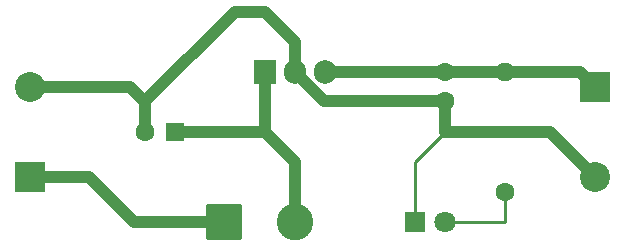
<source format=gbr>
%TF.GenerationSoftware,KiCad,Pcbnew,7.0.8*%
%TF.CreationDate,2023-10-07T13:31:36+02:00*%
%TF.ProjectId,Spannungsregler_(Zusatz),5370616e-6e75-46e6-9773-7265676c6572,rev?*%
%TF.SameCoordinates,Original*%
%TF.FileFunction,Copper,L1,Top*%
%TF.FilePolarity,Positive*%
%FSLAX46Y46*%
G04 Gerber Fmt 4.6, Leading zero omitted, Abs format (unit mm)*
G04 Created by KiCad (PCBNEW 7.0.8) date 2023-10-07 13:31:36*
%MOMM*%
%LPD*%
G01*
G04 APERTURE LIST*
G04 Aperture macros list*
%AMRoundRect*
0 Rectangle with rounded corners*
0 $1 Rounding radius*
0 $2 $3 $4 $5 $6 $7 $8 $9 X,Y pos of 4 corners*
0 Add a 4 corners polygon primitive as box body*
4,1,4,$2,$3,$4,$5,$6,$7,$8,$9,$2,$3,0*
0 Add four circle primitives for the rounded corners*
1,1,$1+$1,$2,$3*
1,1,$1+$1,$4,$5*
1,1,$1+$1,$6,$7*
1,1,$1+$1,$8,$9*
0 Add four rect primitives between the rounded corners*
20,1,$1+$1,$2,$3,$4,$5,0*
20,1,$1+$1,$4,$5,$6,$7,0*
20,1,$1+$1,$6,$7,$8,$9,0*
20,1,$1+$1,$8,$9,$2,$3,0*%
G04 Aperture macros list end*
%TA.AperFunction,ComponentPad*%
%ADD10C,1.600000*%
%TD*%
%TA.AperFunction,ComponentPad*%
%ADD11O,1.600000X1.600000*%
%TD*%
%TA.AperFunction,ComponentPad*%
%ADD12R,1.800000X1.800000*%
%TD*%
%TA.AperFunction,ComponentPad*%
%ADD13C,1.800000*%
%TD*%
%TA.AperFunction,ComponentPad*%
%ADD14R,1.905000X2.000000*%
%TD*%
%TA.AperFunction,ComponentPad*%
%ADD15O,1.905000X2.000000*%
%TD*%
%TA.AperFunction,ComponentPad*%
%ADD16C,3.100000*%
%TD*%
%TA.AperFunction,ComponentPad*%
%ADD17RoundRect,0.249999X-1.300001X-1.300001X1.300001X-1.300001X1.300001X1.300001X-1.300001X1.300001X0*%
%TD*%
%TA.AperFunction,ComponentPad*%
%ADD18R,2.540000X2.540000*%
%TD*%
%TA.AperFunction,ComponentPad*%
%ADD19C,2.540000*%
%TD*%
%TA.AperFunction,ComponentPad*%
%ADD20R,1.600000X1.600000*%
%TD*%
%TA.AperFunction,Conductor*%
%ADD21C,0.250000*%
%TD*%
%TA.AperFunction,Conductor*%
%ADD22C,1.000000*%
%TD*%
G04 APERTURE END LIST*
D10*
%TO.P,R1,1*%
%TO.N,Net-(D1-A)*%
X139700000Y-83820000D03*
D11*
%TO.P,R1,2*%
%TO.N,Net-(J2-Pin_1)*%
X139700000Y-73660000D03*
%TD*%
D12*
%TO.P,D1,1,K*%
%TO.N,Net-(D1-K)*%
X132080000Y-86360000D03*
D13*
%TO.P,D1,2,A*%
%TO.N,Net-(D1-A)*%
X134620000Y-86360000D03*
%TD*%
D14*
%TO.P,LM7805,1,VI*%
%TO.N,Net-(U1-VI)*%
X119380000Y-73660000D03*
D15*
%TO.P,LM7805,2,GND*%
%TO.N,Net-(D1-K)*%
X121920000Y-73660000D03*
%TO.P,LM7805,3,VO*%
%TO.N,Net-(J2-Pin_1)*%
X124460000Y-73660000D03*
%TD*%
D16*
%TO.P,SW1,2*%
%TO.N,Net-(U1-VI)*%
X121920000Y-86360000D03*
D17*
%TO.P,SW1,1*%
%TO.N,Net-(J1-Pin_1)*%
X115920000Y-86360000D03*
%TD*%
D18*
%TO.P,J2,1,Pin_1*%
%TO.N,Net-(J2-Pin_1)*%
X147320000Y-74930000D03*
D19*
%TO.P,J2,2,Pin_2*%
%TO.N,Net-(D1-K)*%
X147320000Y-82550000D03*
%TD*%
D18*
%TO.P,J1,1,Pin_1*%
%TO.N,Net-(J1-Pin_1)*%
X99510000Y-82550000D03*
D19*
%TO.P,J1,2,Pin_2*%
%TO.N,Net-(D1-K)*%
X99510000Y-74930000D03*
%TD*%
D10*
%TO.P,C2,1*%
%TO.N,Net-(J2-Pin_1)*%
X134620000Y-73660000D03*
%TO.P,C2,2*%
%TO.N,Net-(D1-K)*%
X134620000Y-76160000D03*
%TD*%
D20*
%TO.P,C1,1*%
%TO.N,Net-(U1-VI)*%
X111760000Y-78740000D03*
D10*
%TO.P,C1,2*%
%TO.N,Net-(D1-K)*%
X109260000Y-78740000D03*
%TD*%
D21*
%TO.N,Net-(D1-K)*%
X132080000Y-81280000D02*
X134620000Y-78740000D01*
X132080000Y-86360000D02*
X132080000Y-81280000D01*
%TO.N,Net-(D1-A)*%
X139700000Y-86360000D02*
X134620000Y-86360000D01*
X139700000Y-83820000D02*
X139700000Y-86360000D01*
D22*
%TO.N,Net-(J2-Pin_1)*%
X139700000Y-73660000D02*
X146050000Y-73660000D01*
X146050000Y-73660000D02*
X147320000Y-74930000D01*
X134620000Y-73660000D02*
X139700000Y-73660000D01*
%TO.N,Net-(D1-K)*%
X134620000Y-78740000D02*
X143510000Y-78740000D01*
X134620000Y-76160000D02*
X134620000Y-78740000D01*
X143510000Y-78740000D02*
X147320000Y-82550000D01*
%TO.N,Net-(U1-VI)*%
X121920000Y-81280000D02*
X119380000Y-78740000D01*
X121920000Y-86360000D02*
X121920000Y-81280000D01*
%TO.N,Net-(J1-Pin_1)*%
X108300000Y-86360000D02*
X115920000Y-86360000D01*
X99510000Y-82550000D02*
X104490000Y-82550000D01*
X104490000Y-82550000D02*
X108300000Y-86360000D01*
%TO.N,Net-(D1-K)*%
X116840000Y-68580000D02*
X109260000Y-76160000D01*
X121920000Y-71120000D02*
X119380000Y-68580000D01*
X119380000Y-68580000D02*
X116840000Y-68580000D01*
X121920000Y-73660000D02*
X121920000Y-71120000D01*
D21*
X109260000Y-76160000D02*
X109260000Y-76200000D01*
D22*
%TO.N,Net-(U1-VI)*%
X111760000Y-78740000D02*
X119380000Y-78740000D01*
%TO.N,Net-(D1-K)*%
X107990000Y-74930000D02*
X109260000Y-76200000D01*
X99510000Y-74930000D02*
X107990000Y-74930000D01*
X109260000Y-76200000D02*
X109260000Y-78740000D01*
%TO.N,Net-(J2-Pin_1)*%
X124460000Y-73660000D02*
X134620000Y-73660000D01*
%TO.N,Net-(D1-K)*%
X124420000Y-76160000D02*
X134620000Y-76160000D01*
X121920000Y-73660000D02*
X124420000Y-76160000D01*
D21*
%TO.N,Net-(U1-VI)*%
X119340000Y-78780000D02*
X119380000Y-78740000D01*
D22*
X119380000Y-78740000D02*
X119380000Y-73660000D01*
%TD*%
M02*

</source>
